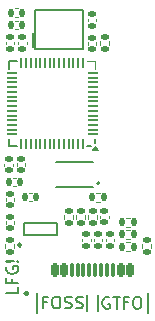
<source format=gbr>
%TF.GenerationSoftware,KiCad,Pcbnew,9.0.0*%
%TF.CreationDate,2025-06-10T15:00:40-04:00*%
%TF.ProjectId,aditBoard,61646974-426f-4617-9264-2e6b69636164,rev?*%
%TF.SameCoordinates,Original*%
%TF.FileFunction,Legend,Top*%
%TF.FilePolarity,Positive*%
%FSLAX46Y46*%
G04 Gerber Fmt 4.6, Leading zero omitted, Abs format (unit mm)*
G04 Created by KiCad (PCBNEW 9.0.0) date 2025-06-10 15:00:40*
%MOMM*%
%LPD*%
G01*
G04 APERTURE LIST*
G04 Aperture macros list*
%AMRoundRect*
0 Rectangle with rounded corners*
0 $1 Rounding radius*
0 $2 $3 $4 $5 $6 $7 $8 $9 X,Y pos of 4 corners*
0 Add a 4 corners polygon primitive as box body*
4,1,4,$2,$3,$4,$5,$6,$7,$8,$9,$2,$3,0*
0 Add four circle primitives for the rounded corners*
1,1,$1+$1,$2,$3*
1,1,$1+$1,$4,$5*
1,1,$1+$1,$6,$7*
1,1,$1+$1,$8,$9*
0 Add four rect primitives between the rounded corners*
20,1,$1+$1,$2,$3,$4,$5,0*
20,1,$1+$1,$4,$5,$6,$7,0*
20,1,$1+$1,$6,$7,$8,$9,0*
20,1,$1+$1,$8,$9,$2,$3,0*%
G04 Aperture macros list end*
%ADD10C,0.150000*%
%ADD11C,0.264009*%
%ADD12C,0.127000*%
%ADD13C,0.200000*%
%ADD14C,0.250000*%
%ADD15C,0.120000*%
%ADD16R,1.200000X1.000000*%
%ADD17R,1.200000X0.700000*%
%ADD18R,1.200000X0.450000*%
%ADD19R,0.580000X0.280000*%
%ADD20R,0.200000X1.600000*%
%ADD21R,0.620000X1.100000*%
%ADD22R,1.400000X1.200000*%
%ADD23RoundRect,0.140000X0.170000X-0.140000X0.170000X0.140000X-0.170000X0.140000X-0.170000X-0.140000X0*%
%ADD24RoundRect,0.135000X0.185000X-0.135000X0.185000X0.135000X-0.185000X0.135000X-0.185000X-0.135000X0*%
%ADD25RoundRect,0.140000X-0.140000X-0.170000X0.140000X-0.170000X0.140000X0.170000X-0.140000X0.170000X0*%
%ADD26C,1.350000*%
%ADD27O,1.350000X1.350000*%
%ADD28RoundRect,0.140000X-0.170000X0.140000X-0.170000X-0.140000X0.170000X-0.140000X0.170000X0.140000X0*%
%ADD29RoundRect,0.050000X0.387500X0.050000X-0.387500X0.050000X-0.387500X-0.050000X0.387500X-0.050000X0*%
%ADD30RoundRect,0.050000X0.050000X0.387500X-0.050000X0.387500X-0.050000X-0.387500X0.050000X-0.387500X0*%
%ADD31R,3.200000X3.200000*%
%ADD32RoundRect,0.135000X-0.185000X0.135000X-0.185000X-0.135000X0.185000X-0.135000X0.185000X0.135000X0*%
%ADD33RoundRect,0.135000X-0.135000X-0.185000X0.135000X-0.185000X0.135000X0.185000X-0.135000X0.185000X0*%
%ADD34C,0.650000*%
%ADD35RoundRect,0.150000X-0.150000X-0.425000X0.150000X-0.425000X0.150000X0.425000X-0.150000X0.425000X0*%
%ADD36RoundRect,0.075000X-0.075000X-0.500000X0.075000X-0.500000X0.075000X0.500000X-0.075000X0.500000X0*%
%ADD37O,1.000000X2.100000*%
%ADD38O,1.000000X1.800000*%
%ADD39RoundRect,0.135000X0.135000X0.185000X-0.135000X0.185000X-0.135000X-0.185000X0.135000X-0.185000X0*%
G04 APERTURE END LIST*
D10*
X123503571Y-105717438D02*
X123408333Y-105669819D01*
X123408333Y-105669819D02*
X123265476Y-105669819D01*
X123265476Y-105669819D02*
X123122619Y-105717438D01*
X123122619Y-105717438D02*
X123027381Y-105812676D01*
X123027381Y-105812676D02*
X122979762Y-105907914D01*
X122979762Y-105907914D02*
X122932143Y-106098390D01*
X122932143Y-106098390D02*
X122932143Y-106241247D01*
X122932143Y-106241247D02*
X122979762Y-106431723D01*
X122979762Y-106431723D02*
X123027381Y-106526961D01*
X123027381Y-106526961D02*
X123122619Y-106622200D01*
X123122619Y-106622200D02*
X123265476Y-106669819D01*
X123265476Y-106669819D02*
X123360714Y-106669819D01*
X123360714Y-106669819D02*
X123503571Y-106622200D01*
X123503571Y-106622200D02*
X123551190Y-106574580D01*
X123551190Y-106574580D02*
X123551190Y-106241247D01*
X123551190Y-106241247D02*
X123360714Y-106241247D01*
X123836905Y-105669819D02*
X124408333Y-105669819D01*
X124122619Y-106669819D02*
X124122619Y-105669819D01*
X125075000Y-106146009D02*
X124741667Y-106146009D01*
X124741667Y-106669819D02*
X124741667Y-105669819D01*
X124741667Y-105669819D02*
X125217857Y-105669819D01*
X125789286Y-105669819D02*
X125979762Y-105669819D01*
X125979762Y-105669819D02*
X126075000Y-105717438D01*
X126075000Y-105717438D02*
X126170238Y-105812676D01*
X126170238Y-105812676D02*
X126217857Y-106003152D01*
X126217857Y-106003152D02*
X126217857Y-106336485D01*
X126217857Y-106336485D02*
X126170238Y-106526961D01*
X126170238Y-106526961D02*
X126075000Y-106622200D01*
X126075000Y-106622200D02*
X125979762Y-106669819D01*
X125979762Y-106669819D02*
X125789286Y-106669819D01*
X125789286Y-106669819D02*
X125694048Y-106622200D01*
X125694048Y-106622200D02*
X125598810Y-106526961D01*
X125598810Y-106526961D02*
X125551191Y-106336485D01*
X125551191Y-106336485D02*
X125551191Y-106003152D01*
X125551191Y-106003152D02*
X125598810Y-105812676D01*
X125598810Y-105812676D02*
X125694048Y-105717438D01*
X125694048Y-105717438D02*
X125789286Y-105669819D01*
X121623809Y-106903152D02*
X121623809Y-105474580D01*
X122576190Y-106903152D02*
X122576190Y-105474580D01*
X115794819Y-104857142D02*
X115794819Y-105333332D01*
X115794819Y-105333332D02*
X114794819Y-105333332D01*
X115271009Y-104190475D02*
X115271009Y-104523808D01*
X115794819Y-104523808D02*
X114794819Y-104523808D01*
X114794819Y-104523808D02*
X114794819Y-104047618D01*
X114842438Y-103142856D02*
X114794819Y-103238094D01*
X114794819Y-103238094D02*
X114794819Y-103380951D01*
X114794819Y-103380951D02*
X114842438Y-103523808D01*
X114842438Y-103523808D02*
X114937676Y-103619046D01*
X114937676Y-103619046D02*
X115032914Y-103666665D01*
X115032914Y-103666665D02*
X115223390Y-103714284D01*
X115223390Y-103714284D02*
X115366247Y-103714284D01*
X115366247Y-103714284D02*
X115556723Y-103666665D01*
X115556723Y-103666665D02*
X115651961Y-103619046D01*
X115651961Y-103619046D02*
X115747200Y-103523808D01*
X115747200Y-103523808D02*
X115794819Y-103380951D01*
X115794819Y-103380951D02*
X115794819Y-103285713D01*
X115794819Y-103285713D02*
X115747200Y-103142856D01*
X115747200Y-103142856D02*
X115699580Y-103095237D01*
X115699580Y-103095237D02*
X115366247Y-103095237D01*
X115366247Y-103095237D02*
X115366247Y-103285713D01*
X115699580Y-102666665D02*
X115747200Y-102619046D01*
X115747200Y-102619046D02*
X115794819Y-102666665D01*
X115794819Y-102666665D02*
X115747200Y-102714284D01*
X115747200Y-102714284D02*
X115699580Y-102666665D01*
X115699580Y-102666665D02*
X115794819Y-102666665D01*
X115413866Y-102666665D02*
X114842438Y-102714284D01*
X114842438Y-102714284D02*
X114794819Y-102666665D01*
X114794819Y-102666665D02*
X114842438Y-102619046D01*
X114842438Y-102619046D02*
X115413866Y-102666665D01*
X115413866Y-102666665D02*
X114794819Y-102666665D01*
X118216666Y-106121009D02*
X117883333Y-106121009D01*
X117883333Y-106644819D02*
X117883333Y-105644819D01*
X117883333Y-105644819D02*
X118359523Y-105644819D01*
X118930952Y-105644819D02*
X119121428Y-105644819D01*
X119121428Y-105644819D02*
X119216666Y-105692438D01*
X119216666Y-105692438D02*
X119311904Y-105787676D01*
X119311904Y-105787676D02*
X119359523Y-105978152D01*
X119359523Y-105978152D02*
X119359523Y-106311485D01*
X119359523Y-106311485D02*
X119311904Y-106501961D01*
X119311904Y-106501961D02*
X119216666Y-106597200D01*
X119216666Y-106597200D02*
X119121428Y-106644819D01*
X119121428Y-106644819D02*
X118930952Y-106644819D01*
X118930952Y-106644819D02*
X118835714Y-106597200D01*
X118835714Y-106597200D02*
X118740476Y-106501961D01*
X118740476Y-106501961D02*
X118692857Y-106311485D01*
X118692857Y-106311485D02*
X118692857Y-105978152D01*
X118692857Y-105978152D02*
X118740476Y-105787676D01*
X118740476Y-105787676D02*
X118835714Y-105692438D01*
X118835714Y-105692438D02*
X118930952Y-105644819D01*
X119740476Y-106597200D02*
X119883333Y-106644819D01*
X119883333Y-106644819D02*
X120121428Y-106644819D01*
X120121428Y-106644819D02*
X120216666Y-106597200D01*
X120216666Y-106597200D02*
X120264285Y-106549580D01*
X120264285Y-106549580D02*
X120311904Y-106454342D01*
X120311904Y-106454342D02*
X120311904Y-106359104D01*
X120311904Y-106359104D02*
X120264285Y-106263866D01*
X120264285Y-106263866D02*
X120216666Y-106216247D01*
X120216666Y-106216247D02*
X120121428Y-106168628D01*
X120121428Y-106168628D02*
X119930952Y-106121009D01*
X119930952Y-106121009D02*
X119835714Y-106073390D01*
X119835714Y-106073390D02*
X119788095Y-106025771D01*
X119788095Y-106025771D02*
X119740476Y-105930533D01*
X119740476Y-105930533D02*
X119740476Y-105835295D01*
X119740476Y-105835295D02*
X119788095Y-105740057D01*
X119788095Y-105740057D02*
X119835714Y-105692438D01*
X119835714Y-105692438D02*
X119930952Y-105644819D01*
X119930952Y-105644819D02*
X120169047Y-105644819D01*
X120169047Y-105644819D02*
X120311904Y-105692438D01*
X120692857Y-106597200D02*
X120835714Y-106644819D01*
X120835714Y-106644819D02*
X121073809Y-106644819D01*
X121073809Y-106644819D02*
X121169047Y-106597200D01*
X121169047Y-106597200D02*
X121216666Y-106549580D01*
X121216666Y-106549580D02*
X121264285Y-106454342D01*
X121264285Y-106454342D02*
X121264285Y-106359104D01*
X121264285Y-106359104D02*
X121216666Y-106263866D01*
X121216666Y-106263866D02*
X121169047Y-106216247D01*
X121169047Y-106216247D02*
X121073809Y-106168628D01*
X121073809Y-106168628D02*
X120883333Y-106121009D01*
X120883333Y-106121009D02*
X120788095Y-106073390D01*
X120788095Y-106073390D02*
X120740476Y-106025771D01*
X120740476Y-106025771D02*
X120692857Y-105930533D01*
X120692857Y-105930533D02*
X120692857Y-105835295D01*
X120692857Y-105835295D02*
X120740476Y-105740057D01*
X120740476Y-105740057D02*
X120788095Y-105692438D01*
X120788095Y-105692438D02*
X120883333Y-105644819D01*
X120883333Y-105644819D02*
X121121428Y-105644819D01*
X121121428Y-105644819D02*
X121264285Y-105692438D01*
%TO.C,U1*%
D11*
X116610004Y-105387000D02*
G75*
G02*
X116345996Y-105387000I-132004J0D01*
G01*
X116345996Y-105387000D02*
G75*
G02*
X116610004Y-105387000I132004J0D01*
G01*
D12*
%TO.C,U2*%
X122150000Y-96390000D02*
X118990000Y-96390000D01*
X118990000Y-94230000D02*
X122150000Y-94230000D01*
D13*
X122680000Y-96060000D02*
G75*
G02*
X122480000Y-96060000I-100000J0D01*
G01*
X122480000Y-96060000D02*
G75*
G02*
X122680000Y-96060000I100000J0D01*
G01*
D12*
%TO.C,U4*%
X116320200Y-99402050D02*
X119120200Y-99402050D01*
X116320200Y-100402050D02*
X116320200Y-99402050D01*
X119120200Y-99402050D02*
X119120200Y-100402050D01*
X119120200Y-100402050D02*
X116320200Y-100402050D01*
D14*
X115920166Y-101422466D02*
G75*
G02*
X115930200Y-101422050I33J120416D01*
G01*
D12*
%TO.C,Y1*%
X117040000Y-83300000D02*
X117040000Y-84540000D01*
X117230000Y-81350000D02*
X121290000Y-81350000D01*
X117230000Y-84650000D02*
X117230000Y-81350000D01*
X121290000Y-81350000D02*
X121290000Y-83000000D01*
X121290000Y-83000000D02*
X121290000Y-84650000D01*
X121290000Y-84650000D02*
X117230000Y-84650000D01*
D15*
%TO.C,C13*%
X115670000Y-94587836D02*
X115670000Y-94372164D01*
X116390000Y-94587836D02*
X116390000Y-94372164D01*
%TO.C,C11*%
X114630000Y-94597836D02*
X114630000Y-94382164D01*
X115350000Y-94597836D02*
X115350000Y-94382164D01*
%TO.C,R1*%
X121710000Y-99048641D02*
X121710000Y-98741359D01*
X122470000Y-99048641D02*
X122470000Y-98741359D01*
%TO.C,C2*%
X115522164Y-82310000D02*
X115737836Y-82310000D01*
X115522164Y-83030000D02*
X115737836Y-83030000D01*
%TO.C,C7*%
X115522164Y-81240000D02*
X115737836Y-81240000D01*
X115522164Y-81960000D02*
X115737836Y-81960000D01*
%TO.C,C10*%
X115790000Y-84072164D02*
X115790000Y-84287836D01*
X116510000Y-84072164D02*
X116510000Y-84287836D01*
%TO.C,C18*%
X116752164Y-96860000D02*
X116967836Y-96860000D01*
X116752164Y-97580000D02*
X116967836Y-97580000D01*
D12*
%TO.C,U3*%
X115060000Y-85707500D02*
X115060000Y-86357500D01*
X115060000Y-92927500D02*
X115060000Y-92277500D01*
X115710000Y-85707500D02*
X115060000Y-85707500D01*
X115710000Y-92927500D02*
X115060000Y-92927500D01*
D15*
X121630000Y-85707500D02*
X122280000Y-85707500D01*
D12*
X121630000Y-92927500D02*
X121980000Y-92927500D01*
D15*
X122280000Y-85707500D02*
X122280000Y-86357500D01*
D12*
X122280000Y-92277500D02*
X122280000Y-92687500D01*
D15*
X122520000Y-93257500D02*
X122040000Y-93257500D01*
X122280000Y-92927500D01*
X122520000Y-93257500D01*
G36*
X122520000Y-93257500D02*
G01*
X122040000Y-93257500D01*
X122280000Y-92927500D01*
X122520000Y-93257500D01*
G37*
%TO.C,C14*%
X114730000Y-84072164D02*
X114730000Y-84287836D01*
X115450000Y-84072164D02*
X115450000Y-84287836D01*
%TO.C,C6*%
X121215000Y-100977836D02*
X121215000Y-100762164D01*
X121935000Y-100977836D02*
X121935000Y-100762164D01*
%TO.C,R7*%
X122745000Y-84036359D02*
X122745000Y-84343641D01*
X123505000Y-84036359D02*
X123505000Y-84343641D01*
%TO.C,C12*%
X121690000Y-84112164D02*
X121690000Y-84327836D01*
X122410000Y-84112164D02*
X122410000Y-84327836D01*
%TO.C,C5*%
X122210000Y-100977836D02*
X122210000Y-100762164D01*
X122930000Y-100977836D02*
X122930000Y-100762164D01*
%TO.C,C17*%
X114730000Y-99502836D02*
X114730000Y-99287164D01*
X115450000Y-99502836D02*
X115450000Y-99287164D01*
%TO.C,R4*%
X114710000Y-101186359D02*
X114710000Y-101493641D01*
X115470000Y-101186359D02*
X115470000Y-101493641D01*
%TO.C,R5*%
X126280000Y-101186359D02*
X126280000Y-101493641D01*
X127040000Y-101186359D02*
X127040000Y-101493641D01*
%TO.C,C16*%
X123210000Y-100977836D02*
X123210000Y-100762164D01*
X123930000Y-100977836D02*
X123930000Y-100762164D01*
%TO.C,R3*%
X119680000Y-99043641D02*
X119680000Y-98736359D01*
X120440000Y-99043641D02*
X120440000Y-98736359D01*
%TO.C,C4*%
X121690000Y-82122164D02*
X121690000Y-82337836D01*
X122410000Y-82122164D02*
X122410000Y-82337836D01*
%TO.C,R2*%
X120700000Y-99043641D02*
X120700000Y-98736359D01*
X121460000Y-99043641D02*
X121460000Y-98736359D01*
%TO.C,R27*%
X124916359Y-98990000D02*
X125223641Y-98990000D01*
X124916359Y-99750000D02*
X125223641Y-99750000D01*
%TO.C,R29*%
X124916359Y-101030000D02*
X125223641Y-101030000D01*
X124916359Y-101790000D02*
X125223641Y-101790000D01*
%TO.C,C15*%
X122730000Y-98787164D02*
X122730000Y-99002836D01*
X123450000Y-98787164D02*
X123450000Y-99002836D01*
D12*
%TO.C,J1*%
X117405000Y-105305000D02*
X117405000Y-107005000D01*
X126745000Y-105305000D02*
X126745000Y-107005000D01*
D15*
%TO.C,C9*%
X114730000Y-97342164D02*
X114730000Y-97557836D01*
X115450000Y-97342164D02*
X115450000Y-97557836D01*
%TO.C,R25*%
X125223641Y-100010000D02*
X124916359Y-100010000D01*
X125223641Y-100770000D02*
X124916359Y-100770000D01*
%TO.C,C8*%
X115362164Y-95600000D02*
X115577836Y-95600000D01*
X115362164Y-96320000D02*
X115577836Y-96320000D01*
%TO.C,R6*%
X122411359Y-96870000D02*
X122718641Y-96870000D01*
X122411359Y-97630000D02*
X122718641Y-97630000D01*
%TD*%
%LPC*%
D16*
%TO.C,U1*%
X116175000Y-106250000D03*
D17*
X116175000Y-107600000D03*
D18*
X116175000Y-108625000D03*
D16*
X116175000Y-109850000D03*
%TD*%
D19*
%TO.C,U2*%
X121990000Y-96060000D03*
X121990000Y-95560000D03*
X121990000Y-95060000D03*
X121990000Y-94560000D03*
X119150000Y-94560000D03*
X119150000Y-95060000D03*
X119150000Y-95560000D03*
X119150000Y-96060000D03*
D20*
X120570000Y-95310000D03*
%TD*%
D21*
%TO.C,U4*%
X116750200Y-101202050D03*
X117700200Y-101202050D03*
X118650200Y-101202050D03*
X118650200Y-98602050D03*
X116750200Y-98602050D03*
%TD*%
D22*
%TO.C,Y1*%
X118160000Y-83880000D03*
X120360000Y-83880000D03*
X120360000Y-82120000D03*
X118160000Y-82120000D03*
%TD*%
D23*
%TO.C,C13*%
X116030000Y-94960000D03*
X116030000Y-94000000D03*
%TD*%
%TO.C,C11*%
X114990000Y-94970000D03*
X114990000Y-94010000D03*
%TD*%
D24*
%TO.C,R1*%
X122090000Y-99405000D03*
X122090000Y-98385000D03*
%TD*%
D25*
%TO.C,C2*%
X115150000Y-82670000D03*
X116110000Y-82670000D03*
%TD*%
%TO.C,C7*%
X115150000Y-81600000D03*
X116110000Y-81600000D03*
%TD*%
D26*
%TO.C,J2*%
X124635000Y-81725000D03*
D27*
X126635000Y-81725000D03*
X124635000Y-83725000D03*
X126635000Y-83725000D03*
X124635000Y-85725000D03*
X126635000Y-85725000D03*
X124635000Y-87725000D03*
X126635000Y-87725000D03*
X124635000Y-89725000D03*
X126635000Y-89725000D03*
X124635000Y-91725000D03*
X126635000Y-91725000D03*
X124635000Y-93725000D03*
X126635000Y-93725000D03*
X124635000Y-95725000D03*
X126635000Y-95725000D03*
X124635000Y-97725000D03*
X126635000Y-97725000D03*
%TD*%
D28*
%TO.C,C10*%
X116150000Y-83700000D03*
X116150000Y-84660000D03*
%TD*%
D25*
%TO.C,C18*%
X116380000Y-97220000D03*
X117340000Y-97220000D03*
%TD*%
D29*
%TO.C,U3*%
X122107500Y-91917500D03*
X122107500Y-91517500D03*
X122107500Y-91117500D03*
X122107500Y-90717500D03*
X122107500Y-90317500D03*
X122107500Y-89917500D03*
X122107500Y-89517500D03*
X122107500Y-89117500D03*
X122107500Y-88717500D03*
X122107500Y-88317500D03*
X122107500Y-87917500D03*
X122107500Y-87517500D03*
X122107500Y-87117500D03*
X122107500Y-86717500D03*
D30*
X121270000Y-85880000D03*
X120870000Y-85880000D03*
X120470000Y-85880000D03*
X120070000Y-85880000D03*
X119670000Y-85880000D03*
X119270000Y-85880000D03*
X118870000Y-85880000D03*
X118470000Y-85880000D03*
X118070000Y-85880000D03*
X117670000Y-85880000D03*
X117270000Y-85880000D03*
X116870000Y-85880000D03*
X116470000Y-85880000D03*
X116070000Y-85880000D03*
D29*
X115232500Y-86717500D03*
X115232500Y-87117500D03*
X115232500Y-87517500D03*
X115232500Y-87917500D03*
X115232500Y-88317500D03*
X115232500Y-88717500D03*
X115232500Y-89117500D03*
X115232500Y-89517500D03*
X115232500Y-89917500D03*
X115232500Y-90317500D03*
X115232500Y-90717500D03*
X115232500Y-91117500D03*
X115232500Y-91517500D03*
X115232500Y-91917500D03*
D30*
X116070000Y-92755000D03*
X116470000Y-92755000D03*
X116870000Y-92755000D03*
X117270000Y-92755000D03*
X117670000Y-92755000D03*
X118070000Y-92755000D03*
X118470000Y-92755000D03*
X118870000Y-92755000D03*
X119270000Y-92755000D03*
X119670000Y-92755000D03*
X120070000Y-92755000D03*
X120470000Y-92755000D03*
X120870000Y-92755000D03*
X121270000Y-92755000D03*
D31*
X118670000Y-89317500D03*
%TD*%
D28*
%TO.C,C14*%
X115090000Y-83700000D03*
X115090000Y-84660000D03*
%TD*%
D23*
%TO.C,C6*%
X121575000Y-101350000D03*
X121575000Y-100390000D03*
%TD*%
D32*
%TO.C,R7*%
X123125000Y-84700000D03*
X123125000Y-83680000D03*
%TD*%
D28*
%TO.C,C12*%
X122050000Y-83740000D03*
X122050000Y-84700000D03*
%TD*%
D23*
%TO.C,C5*%
X122570000Y-101350000D03*
X122570000Y-100390000D03*
%TD*%
%TO.C,C17*%
X115090000Y-99875000D03*
X115090000Y-98915000D03*
%TD*%
D32*
%TO.C,R4*%
X115090000Y-100830000D03*
X115090000Y-101850000D03*
%TD*%
%TO.C,R5*%
X126660000Y-100830000D03*
X126660000Y-101850000D03*
%TD*%
D23*
%TO.C,C16*%
X123570000Y-101350000D03*
X123570000Y-100390000D03*
%TD*%
D24*
%TO.C,R3*%
X120060000Y-99400000D03*
X120060000Y-98380000D03*
%TD*%
D28*
%TO.C,C4*%
X122050000Y-81750000D03*
X122050000Y-82710000D03*
%TD*%
D24*
%TO.C,R2*%
X121080000Y-99400000D03*
X121080000Y-98380000D03*
%TD*%
D33*
%TO.C,R27*%
X124560000Y-99370000D03*
X125580000Y-99370000D03*
%TD*%
%TO.C,R29*%
X124560000Y-101410000D03*
X125580000Y-101410000D03*
%TD*%
D28*
%TO.C,C15*%
X123090000Y-98415000D03*
X123090000Y-99375000D03*
%TD*%
D34*
%TO.C,J1*%
X119185000Y-104500000D03*
X124965000Y-104500000D03*
D35*
X118875000Y-103425000D03*
X119675000Y-103425000D03*
D36*
X120825000Y-103425000D03*
X121825000Y-103425000D03*
X122325000Y-103425000D03*
X123325000Y-103425000D03*
D35*
X125275000Y-103425000D03*
X124475000Y-103425000D03*
D36*
X123825000Y-103425000D03*
X122825000Y-103425000D03*
X121325000Y-103425000D03*
X120325000Y-103425000D03*
D37*
X117755000Y-104000000D03*
D38*
X117755000Y-108180000D03*
D37*
X126395000Y-104000000D03*
D38*
X126395000Y-108180000D03*
%TD*%
D28*
%TO.C,C9*%
X115090000Y-96970000D03*
X115090000Y-97930000D03*
%TD*%
D39*
%TO.C,R25*%
X125580000Y-100390000D03*
X124560000Y-100390000D03*
%TD*%
D25*
%TO.C,C8*%
X114990000Y-95960000D03*
X115950000Y-95960000D03*
%TD*%
D33*
%TO.C,R6*%
X122055000Y-97250000D03*
X123075000Y-97250000D03*
%TD*%
%LPD*%
M02*

</source>
